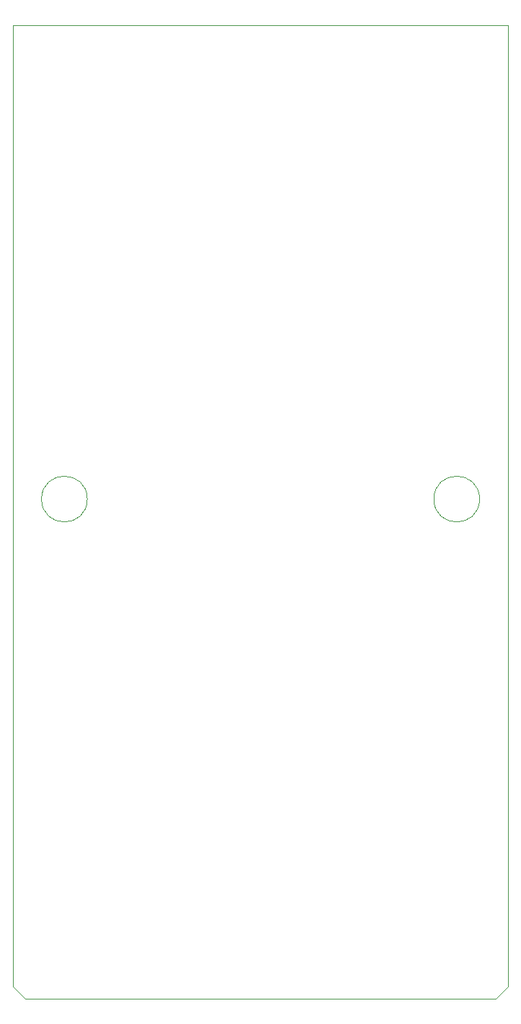
<source format=gm1>
G04 #@! TF.GenerationSoftware,KiCad,Pcbnew,(6.0.6)*
G04 #@! TF.CreationDate,2023-01-06T14:08:34+01:00*
G04 #@! TF.ProjectId,RTO_cart,52544f5f-6361-4727-942e-6b696361645f,rev?*
G04 #@! TF.SameCoordinates,Original*
G04 #@! TF.FileFunction,Profile,NP*
%FSLAX46Y46*%
G04 Gerber Fmt 4.6, Leading zero omitted, Abs format (unit mm)*
G04 Created by KiCad (PCBNEW (6.0.6)) date 2023-01-06 14:08:34*
%MOMM*%
%LPD*%
G01*
G04 APERTURE LIST*
G04 #@! TA.AperFunction,Profile*
%ADD10C,0.100000*%
G04 #@! TD*
G04 #@! TA.AperFunction,Profile*
%ADD11C,0.120000*%
G04 #@! TD*
G04 APERTURE END LIST*
D10*
X147091400Y-183540000D02*
X147091400Y-78000000D01*
X97636960Y-133670000D02*
G75*
G03*
X97636960Y-133670000I-2688300J0D01*
G01*
X88900000Y-78000000D02*
X147091400Y-78000000D01*
X143731040Y-133670000D02*
G75*
G03*
X143731040Y-133670000I-2688300J0D01*
G01*
X88900000Y-183540000D02*
X88900000Y-78000000D01*
D11*
X88900000Y-190930000D02*
X88900000Y-183540000D01*
X88900000Y-190930000D02*
X90350000Y-192380000D01*
X145641400Y-192380000D02*
X90350000Y-192380000D01*
X147091400Y-190930000D02*
X147091400Y-183540000D01*
X147091400Y-190930000D02*
X145641400Y-192380000D01*
M02*

</source>
